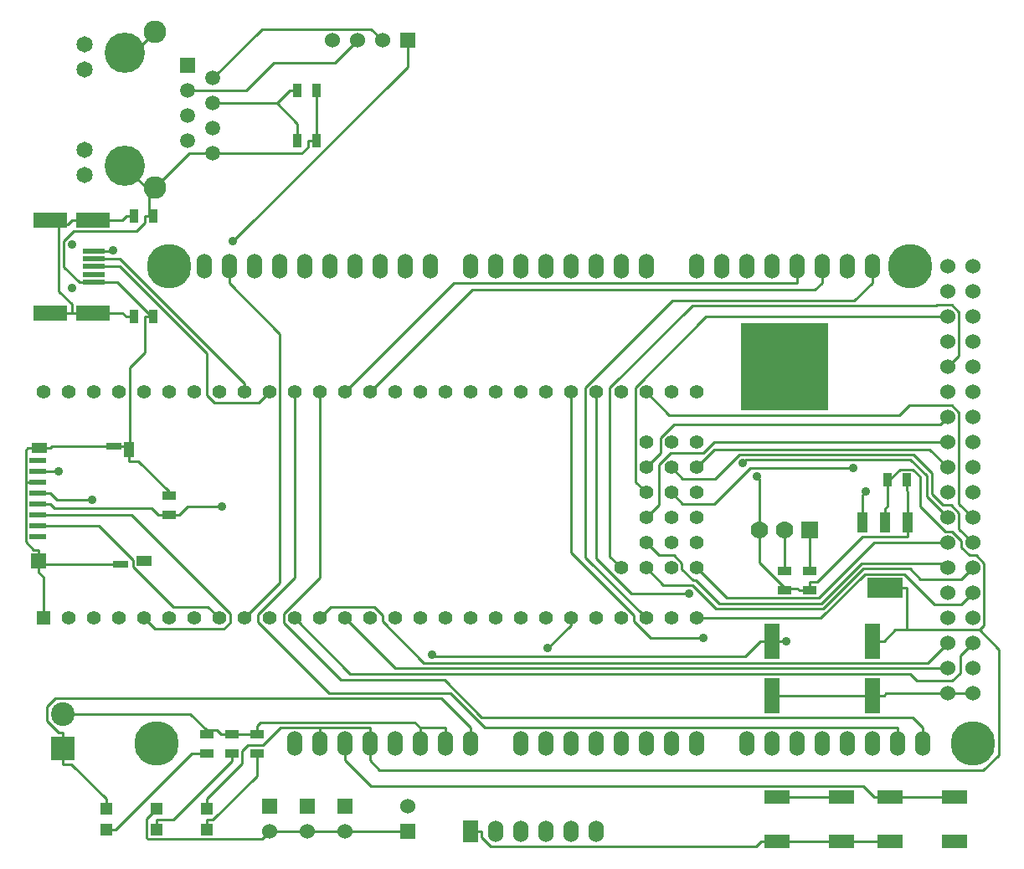
<source format=gtl>
G04 (created by PCBNEW (2013-07-07 BZR 4022)-stable) date 18/10/2013 16:38:57*
%MOIN*%
G04 Gerber Fmt 3.4, Leading zero omitted, Abs format*
%FSLAX34Y34*%
G01*
G70*
G90*
G04 APERTURE LIST*
%ADD10C,0.00590551*%
%ADD11R,0.055X0.055*%
%ADD12C,0.055*%
%ADD13R,0.0984X0.055*%
%ADD14R,0.144X0.08*%
%ADD15R,0.04X0.08*%
%ADD16R,0.035X0.055*%
%ADD17R,0.055X0.035*%
%ADD18R,0.06X0.06*%
%ADD19C,0.06*%
%ADD20R,0.0689X0.0236*%
%ADD21R,0.0394X0.0591*%
%ADD22R,0.061X0.0394*%
%ADD23R,0.0591X0.0315*%
%ADD24R,0.0591X0.0591*%
%ADD25R,0.0591X0.0433*%
%ADD26R,0.0886X0.0197*%
%ADD27R,0.1378X0.0591*%
%ADD28C,0.0354*%
%ADD29C,0.1772*%
%ADD30O,0.06X0.1*%
%ADD31C,0.125*%
%ADD32R,0.063X0.1417*%
%ADD33C,0.0944882*%
%ADD34R,0.0944882X0.0944882*%
%ADD35R,0.06X0.0866*%
%ADD36O,0.06X0.0866*%
%ADD37R,0.07X0.07*%
%ADD38C,0.07*%
%ADD39R,0.35X0.35*%
%ADD40R,0.0472X0.0472*%
%ADD41C,0.16*%
%ADD42C,0.0591*%
%ADD43C,0.09*%
%ADD44C,0.065*%
%ADD45C,0.035*%
%ADD46C,0.01*%
G04 APERTURE END LIST*
G54D10*
G54D11*
X1000Y10000D03*
G54D12*
X2000Y10000D03*
X3000Y10000D03*
X4000Y10000D03*
X5000Y10000D03*
X6000Y10000D03*
X7000Y10000D03*
X8000Y10000D03*
X9000Y10000D03*
X10000Y10000D03*
X11000Y10000D03*
X12000Y10000D03*
X13000Y10000D03*
X14000Y10000D03*
X15000Y10000D03*
X16000Y10000D03*
X17000Y10000D03*
X18000Y10000D03*
X19000Y10000D03*
X20000Y10000D03*
X21000Y10000D03*
X22000Y10000D03*
X23000Y10000D03*
X24000Y10000D03*
X25000Y10000D03*
X26000Y10000D03*
X27000Y10000D03*
X1000Y19000D03*
X2000Y19000D03*
X3000Y19000D03*
X4000Y19000D03*
X5000Y19000D03*
X6000Y19000D03*
X7000Y19000D03*
X8000Y19000D03*
X9000Y19000D03*
X10000Y19000D03*
X11000Y19000D03*
X12000Y19000D03*
X13000Y19000D03*
X14000Y19000D03*
X15000Y19000D03*
X16000Y19000D03*
X17000Y19000D03*
X18000Y19000D03*
X19000Y19000D03*
X20000Y19000D03*
X21000Y19000D03*
X22000Y19000D03*
X23000Y19000D03*
X24000Y19000D03*
X25000Y19000D03*
X26000Y19000D03*
X27000Y19000D03*
X27000Y17000D03*
X26000Y17000D03*
X25000Y17000D03*
X27000Y16000D03*
X26000Y16000D03*
X25000Y16000D03*
X27000Y15000D03*
X26000Y15000D03*
X25000Y15000D03*
X27000Y14000D03*
X26000Y14000D03*
X25000Y14000D03*
X27000Y13000D03*
X26000Y13000D03*
X25000Y13000D03*
X27000Y12000D03*
X26000Y12000D03*
X25000Y12000D03*
X24000Y12000D03*
G54D13*
X32779Y2886D03*
X32779Y1114D03*
X30220Y2886D03*
X30220Y1114D03*
G54D14*
X34500Y11200D03*
G54D15*
X34500Y13800D03*
X33600Y13800D03*
X35400Y13800D03*
G54D16*
X4625Y22000D03*
X5375Y22000D03*
X4625Y26000D03*
X5375Y26000D03*
G54D17*
X31500Y11875D03*
X31500Y11125D03*
X6000Y14125D03*
X6000Y14875D03*
G54D16*
X34625Y15500D03*
X35375Y15500D03*
G54D17*
X30500Y11875D03*
X30500Y11125D03*
X9500Y4625D03*
X9500Y5375D03*
X8500Y4625D03*
X8500Y5375D03*
X7500Y4625D03*
X7500Y5375D03*
G54D18*
X15500Y33000D03*
G54D19*
X14500Y33000D03*
X13500Y33000D03*
X12500Y33000D03*
G54D18*
X13000Y2500D03*
G54D19*
X13000Y1500D03*
G54D18*
X10000Y2500D03*
G54D19*
X10000Y1500D03*
G54D18*
X11500Y2500D03*
G54D19*
X11500Y1500D03*
G54D18*
X15500Y1500D03*
G54D19*
X15500Y2500D03*
G54D20*
X795Y16272D03*
X795Y13241D03*
X795Y13674D03*
X795Y14107D03*
X795Y14540D03*
X795Y14973D03*
X795Y15406D03*
X795Y15839D03*
G54D21*
X4417Y16705D03*
G54D22*
X5028Y12296D03*
G54D23*
X3827Y16843D03*
X4083Y12138D03*
G54D24*
X815Y12276D03*
G54D25*
X835Y16783D03*
G54D26*
X3024Y24000D03*
X3024Y24314D03*
X3024Y23371D03*
G54D27*
X1291Y25850D03*
X2984Y25850D03*
X1291Y22150D03*
X2984Y22150D03*
G54D26*
X3024Y23685D03*
G54D28*
X2157Y24866D03*
X2157Y23134D03*
G54D26*
X3024Y24629D03*
G54D29*
X35500Y24000D03*
X6000Y24000D03*
X38000Y5000D03*
X5500Y5000D03*
G54D30*
X27000Y24000D03*
X28000Y24000D03*
X29000Y24000D03*
X30000Y24000D03*
X31000Y24000D03*
X32000Y24000D03*
X33000Y24000D03*
X34000Y24000D03*
X36000Y5000D03*
X35000Y5000D03*
X34000Y5000D03*
X33000Y5000D03*
X29000Y5000D03*
X27000Y5000D03*
X26000Y5000D03*
X30000Y5000D03*
X31000Y5000D03*
X32000Y5000D03*
X25000Y5000D03*
X24000Y5000D03*
X23000Y5000D03*
X20000Y5000D03*
X21000Y5000D03*
X22000Y5000D03*
X18000Y5000D03*
X17000Y5000D03*
X16000Y5000D03*
X14000Y5000D03*
X13000Y5000D03*
X25000Y24000D03*
X24000Y24000D03*
X23000Y24000D03*
X22000Y24000D03*
X21000Y24000D03*
X20000Y24000D03*
X19000Y24000D03*
X18000Y24000D03*
X16400Y24000D03*
X15400Y24000D03*
X14400Y24000D03*
X13400Y24000D03*
X12400Y24000D03*
X11400Y24000D03*
X10400Y24000D03*
X9400Y24000D03*
X15000Y5000D03*
G54D31*
X38000Y5000D03*
X35500Y24000D03*
X6000Y24000D03*
X5500Y5000D03*
G54D19*
X37000Y23000D03*
X38000Y23000D03*
X37000Y22000D03*
X38000Y22000D03*
X37000Y21000D03*
X38000Y21000D03*
X37000Y20000D03*
X38000Y20000D03*
X37000Y24000D03*
X38000Y24000D03*
X38000Y19000D03*
X37000Y19000D03*
X37000Y18000D03*
X38000Y18000D03*
X37000Y17000D03*
X38000Y17000D03*
X37000Y16000D03*
X38000Y16000D03*
X37000Y15000D03*
X38000Y15000D03*
X37000Y14000D03*
X38000Y14000D03*
X37000Y13000D03*
X38000Y13000D03*
X37000Y12000D03*
X38000Y12000D03*
X37000Y11000D03*
X38000Y11000D03*
X37000Y10000D03*
X38000Y10000D03*
X37000Y9000D03*
X38000Y9000D03*
X37000Y8000D03*
X38000Y8000D03*
X37000Y7000D03*
X38000Y7000D03*
G54D30*
X8400Y24000D03*
X7400Y24000D03*
X12000Y5000D03*
X11000Y5000D03*
G54D32*
X30000Y9083D03*
X30000Y6917D03*
X34000Y9083D03*
X34000Y6917D03*
G54D33*
X1775Y6188D03*
G54D34*
X1775Y4811D03*
G54D35*
X18000Y1500D03*
G54D36*
X19000Y1500D03*
X20000Y1500D03*
X21000Y1500D03*
X22000Y1500D03*
X23000Y1500D03*
G54D37*
X31500Y13500D03*
G54D38*
X29500Y13500D03*
X30500Y13500D03*
G54D39*
X30500Y20000D03*
G54D40*
X3500Y2413D03*
X3500Y1587D03*
X5500Y2413D03*
X5500Y1587D03*
X7500Y2413D03*
X7500Y1587D03*
G54D13*
X37279Y2886D03*
X37279Y1114D03*
X34720Y2886D03*
X34720Y1114D03*
G54D16*
X11125Y31000D03*
X11875Y31000D03*
X11125Y29000D03*
X11875Y29000D03*
G54D41*
X4250Y28000D03*
X4250Y32500D03*
G54D24*
X6750Y32000D03*
G54D42*
X7750Y31500D03*
X6750Y31000D03*
X7750Y30500D03*
X6750Y30000D03*
X7750Y29500D03*
X6750Y29000D03*
X7750Y28500D03*
G54D43*
X5450Y33350D03*
X5450Y27150D03*
G54D44*
X2650Y32850D03*
X2650Y31850D03*
X2650Y28650D03*
X2650Y27650D03*
G54D45*
X8547Y25009D03*
X21080Y8809D03*
X8119Y14444D03*
X33759Y15048D03*
X16465Y8560D03*
X30592Y9083D03*
X28844Y16177D03*
X29422Y15642D03*
X1596Y15838D03*
X2948Y14701D03*
X3769Y24643D03*
X33242Y15975D03*
X27275Y9209D03*
X26711Y10990D03*
G54D46*
X30220Y2885D02*
X32778Y2885D01*
X32778Y2885D02*
X32779Y2885D01*
X32778Y2885D02*
X32779Y2885D01*
X30220Y2885D02*
X30220Y2885D01*
X30220Y2885D02*
X30220Y2885D01*
X12616Y32116D02*
X13500Y33000D01*
X10185Y32116D02*
X12616Y32116D01*
X9068Y31000D02*
X10185Y32116D01*
X6750Y31000D02*
X9068Y31000D01*
X15500Y31962D02*
X8547Y25009D01*
X15500Y33000D02*
X15500Y31962D01*
X14045Y33454D02*
X14500Y33000D01*
X9704Y33454D02*
X14045Y33454D01*
X7750Y31500D02*
X9704Y33454D01*
X13000Y4350D02*
X13000Y5000D01*
X14038Y3311D02*
X13000Y4350D01*
X33652Y3311D02*
X14038Y3311D01*
X34077Y2885D02*
X33652Y3311D01*
X34720Y2885D02*
X34077Y2885D01*
X34720Y2885D02*
X34720Y2885D01*
X37279Y2885D02*
X37278Y2885D01*
X37278Y2885D02*
X34720Y2885D01*
X37278Y2885D02*
X37279Y2885D01*
X22000Y9728D02*
X21080Y8809D01*
X22000Y10000D02*
X22000Y9728D01*
X9572Y18572D02*
X10000Y19000D01*
X7796Y18572D02*
X9572Y18572D01*
X7500Y18869D02*
X7796Y18572D01*
X7500Y20560D02*
X7500Y18869D01*
X4060Y24000D02*
X7500Y20560D01*
X3024Y24000D02*
X4060Y24000D01*
X9000Y19343D02*
X9000Y19000D01*
X4029Y24314D02*
X9000Y19343D01*
X3024Y24314D02*
X4029Y24314D01*
X34625Y14475D02*
X34625Y15350D01*
X34500Y14350D02*
X34625Y14475D01*
X34500Y13800D02*
X34500Y14350D01*
X35370Y11200D02*
X34500Y11200D01*
X35370Y9537D02*
X35370Y11200D01*
X39036Y8764D02*
X38263Y9537D01*
X39036Y4564D02*
X39036Y8764D01*
X38426Y3954D02*
X39036Y4564D01*
X14395Y3954D02*
X38426Y3954D01*
X14000Y4350D02*
X14395Y3954D01*
X14000Y5000D02*
X14000Y4350D01*
X38263Y9537D02*
X35370Y9537D01*
X12000Y5000D02*
X12000Y5650D01*
X14000Y5650D02*
X12000Y5650D01*
X14000Y5000D02*
X14000Y5650D01*
X10440Y5650D02*
X12000Y5650D01*
X9740Y4950D02*
X10440Y5650D01*
X9150Y4950D02*
X9740Y4950D01*
X8925Y4725D02*
X9150Y4950D01*
X8925Y4224D02*
X8925Y4725D01*
X7500Y2799D02*
X8925Y4224D01*
X7500Y2412D02*
X7500Y2799D01*
X38455Y9729D02*
X38263Y9537D01*
X38455Y12194D02*
X38455Y9729D01*
X38150Y12500D02*
X38455Y12194D01*
X37863Y12500D02*
X38150Y12500D01*
X37550Y12813D02*
X37863Y12500D01*
X37550Y13086D02*
X37550Y12813D01*
X37186Y13450D02*
X37550Y13086D01*
X36907Y13450D02*
X37186Y13450D01*
X35902Y14455D02*
X36907Y13450D01*
X35902Y15648D02*
X35902Y14455D01*
X35622Y15927D02*
X35902Y15648D01*
X35119Y15927D02*
X35622Y15927D01*
X34625Y15432D02*
X35119Y15927D01*
X34625Y15350D02*
X34625Y15432D01*
X34625Y15432D02*
X34625Y15350D01*
X34000Y9083D02*
X34000Y9083D01*
X34919Y9537D02*
X35370Y9537D01*
X34464Y9083D02*
X34919Y9537D01*
X34000Y9083D02*
X34464Y9083D01*
X34000Y9083D02*
X34000Y9082D01*
X34625Y15500D02*
X34625Y15466D01*
X34625Y15466D02*
X34625Y15432D01*
X34625Y15466D02*
X34625Y15500D01*
X34625Y15466D02*
X34625Y15466D01*
X795Y14540D02*
X795Y14540D01*
X6000Y14125D02*
X6000Y14125D01*
X5574Y14125D02*
X6000Y14125D01*
X5324Y14375D02*
X5574Y14125D01*
X1454Y14375D02*
X5324Y14375D01*
X1289Y14540D02*
X1454Y14375D01*
X795Y14540D02*
X1289Y14540D01*
X6744Y14444D02*
X8119Y14444D01*
X6425Y14125D02*
X6744Y14444D01*
X6000Y14125D02*
X6425Y14125D01*
X11125Y31000D02*
X10799Y31000D01*
X11125Y29674D02*
X10299Y30500D01*
X11125Y29000D02*
X11125Y29674D01*
X7750Y30500D02*
X10299Y30500D01*
X10299Y30500D02*
X10799Y31000D01*
X15500Y1500D02*
X13000Y1500D01*
X11500Y1500D02*
X13000Y1500D01*
X9700Y1200D02*
X10000Y1500D01*
X5165Y1200D02*
X9700Y1200D01*
X5113Y1252D02*
X5165Y1200D01*
X5113Y2026D02*
X5113Y1252D01*
X5500Y2412D02*
X5113Y2026D01*
X10000Y1500D02*
X11500Y1500D01*
X33600Y14888D02*
X33600Y13800D01*
X33759Y15048D02*
X33600Y14888D01*
X30500Y13500D02*
X30500Y11875D01*
X30500Y11875D02*
X30500Y11874D01*
X29535Y9083D02*
X30000Y9083D01*
X28934Y8482D02*
X29535Y9083D01*
X16543Y8482D02*
X28934Y8482D01*
X16465Y8560D02*
X16543Y8482D01*
X30000Y9083D02*
X30592Y9083D01*
X30000Y9083D02*
X30000Y9082D01*
X7554Y10444D02*
X8000Y10000D01*
X6164Y10444D02*
X7554Y10444D01*
X4572Y12037D02*
X6164Y10444D01*
X4572Y12318D02*
X4572Y12037D01*
X3217Y13674D02*
X4572Y12318D01*
X795Y13674D02*
X3217Y13674D01*
X23555Y12444D02*
X24000Y12000D01*
X23555Y19168D02*
X23555Y12444D01*
X26833Y22445D02*
X23555Y19168D01*
X36550Y22445D02*
X26833Y22445D01*
X36577Y22472D02*
X36550Y22445D01*
X37163Y22472D02*
X36577Y22472D01*
X37450Y22186D02*
X37163Y22472D01*
X37450Y20450D02*
X37450Y22186D01*
X37000Y20000D02*
X37450Y20450D01*
X28200Y10800D02*
X27000Y12000D01*
X31874Y10800D02*
X28200Y10800D01*
X34074Y13000D02*
X31874Y10800D01*
X37000Y13000D02*
X34074Y13000D01*
X27704Y16704D02*
X27000Y16000D01*
X36295Y16704D02*
X27704Y16704D01*
X37000Y16000D02*
X36295Y16704D01*
X25911Y18088D02*
X25000Y19000D01*
X35088Y18088D02*
X25911Y18088D01*
X35466Y18466D02*
X35088Y18088D01*
X37170Y18466D02*
X35466Y18466D01*
X37450Y18186D02*
X37170Y18466D01*
X37450Y14550D02*
X37450Y18186D01*
X38000Y14000D02*
X37450Y14550D01*
X26438Y15561D02*
X26000Y16000D01*
X27753Y15561D02*
X26438Y15561D01*
X28697Y16504D02*
X27753Y15561D01*
X35636Y16504D02*
X28697Y16504D01*
X36365Y15775D02*
X35636Y16504D01*
X36365Y14961D02*
X36365Y15775D01*
X36827Y14500D02*
X36365Y14961D01*
X37136Y14500D02*
X36827Y14500D01*
X37450Y14186D02*
X37136Y14500D01*
X37450Y13550D02*
X37450Y14186D01*
X38000Y13000D02*
X37450Y13550D01*
X31959Y10000D02*
X27000Y10000D01*
X33709Y11750D02*
X31959Y10000D01*
X35282Y11750D02*
X33709Y11750D01*
X36486Y10545D02*
X35282Y11750D01*
X37545Y10545D02*
X36486Y10545D01*
X38000Y11000D02*
X37545Y10545D01*
X37540Y11540D02*
X38000Y12000D01*
X35927Y11540D02*
X37540Y11540D01*
X35497Y11971D02*
X35927Y11540D01*
X33646Y11971D02*
X35497Y11971D01*
X32060Y10384D02*
X33646Y11971D01*
X27778Y10384D02*
X32060Y10384D01*
X26846Y11316D02*
X27778Y10384D01*
X25683Y11316D02*
X26846Y11316D01*
X25000Y12000D02*
X25683Y11316D01*
X36699Y17699D02*
X37000Y18000D01*
X26098Y17699D02*
X36699Y17699D01*
X25570Y17172D02*
X26098Y17699D01*
X25570Y16570D02*
X25570Y17172D01*
X25000Y16000D02*
X25570Y16570D01*
X28972Y16304D02*
X28844Y16177D01*
X35528Y16304D02*
X28972Y16304D01*
X36165Y15667D02*
X35528Y16304D01*
X36165Y14834D02*
X36165Y15667D01*
X37000Y14000D02*
X36165Y14834D01*
X17000Y5650D02*
X16000Y5650D01*
X17000Y5000D02*
X17000Y5650D01*
X16000Y5000D02*
X16000Y5650D01*
X4082Y12137D02*
X815Y12137D01*
X300Y13041D02*
X300Y15405D01*
X620Y12721D02*
X300Y13041D01*
X815Y12721D02*
X620Y12721D01*
X815Y12275D02*
X815Y12721D01*
X6848Y6188D02*
X7500Y5537D01*
X1775Y6188D02*
X6848Y6188D01*
X35400Y15050D02*
X35400Y13800D01*
X35374Y15074D02*
X35400Y15050D01*
X35374Y15500D02*
X35374Y15074D01*
X38000Y7000D02*
X37000Y7000D01*
X29500Y15564D02*
X29422Y15642D01*
X29500Y13500D02*
X29500Y15564D01*
X30500Y11125D02*
X30500Y11165D01*
X29500Y12206D02*
X29500Y13500D01*
X30500Y11206D02*
X29500Y12206D01*
X30500Y11165D02*
X30500Y11206D01*
X9500Y5700D02*
X9500Y5375D01*
X9659Y5859D02*
X9500Y5700D01*
X15790Y5859D02*
X9659Y5859D01*
X16000Y5650D02*
X15790Y5859D01*
X6000Y14874D02*
X6000Y14875D01*
X7500Y5374D02*
X7500Y5375D01*
X7500Y5375D02*
X7500Y5537D01*
X815Y12275D02*
X815Y12137D01*
X1000Y11645D02*
X1000Y10000D01*
X815Y11830D02*
X1000Y11645D01*
X815Y12137D02*
X815Y11830D01*
X4417Y16259D02*
X4417Y16705D01*
X4778Y16259D02*
X4417Y16259D01*
X6000Y15037D02*
X4778Y16259D01*
X6000Y14875D02*
X6000Y15037D01*
X4417Y16705D02*
X4417Y16927D01*
X835Y16783D02*
X835Y16782D01*
X389Y16783D02*
X835Y16783D01*
X300Y16694D02*
X389Y16783D01*
X300Y15405D02*
X300Y16694D01*
X30000Y6917D02*
X30000Y6916D01*
X1340Y16842D02*
X3826Y16842D01*
X1280Y16783D02*
X1340Y16842D01*
X835Y16783D02*
X1280Y16783D01*
X4357Y16927D02*
X4417Y16927D01*
X4272Y16842D02*
X4357Y16927D01*
X3826Y16842D02*
X4272Y16842D01*
X3826Y16842D02*
X3827Y16842D01*
X4082Y12137D02*
X4082Y12137D01*
X795Y15405D02*
X794Y15405D01*
X794Y15405D02*
X300Y15405D01*
X794Y15405D02*
X795Y15405D01*
X11875Y31000D02*
X11875Y29000D01*
X11293Y28500D02*
X7750Y28500D01*
X11549Y28756D02*
X11293Y28500D01*
X11549Y29000D02*
X11549Y28756D01*
X11875Y29000D02*
X11549Y29000D01*
X8500Y5375D02*
X8500Y5374D01*
X9500Y5374D02*
X8500Y5374D01*
X9500Y5375D02*
X9500Y5374D01*
X7912Y5537D02*
X7500Y5537D01*
X8074Y5374D02*
X7912Y5537D01*
X8500Y5374D02*
X8074Y5374D01*
X30500Y11125D02*
X30500Y11125D01*
X35375Y15500D02*
X35374Y15500D01*
X31500Y11125D02*
X31500Y11125D01*
X31500Y11450D02*
X31500Y11125D01*
X31825Y11450D02*
X31500Y11450D01*
X33624Y13250D02*
X31825Y11450D01*
X35400Y13250D02*
X33624Y13250D01*
X35400Y13800D02*
X35400Y13250D01*
X31034Y11165D02*
X30500Y11165D01*
X31074Y11125D02*
X31034Y11165D01*
X31500Y11125D02*
X31074Y11125D01*
X18450Y1500D02*
X18000Y1500D01*
X18450Y1274D02*
X18450Y1500D01*
X18819Y905D02*
X18450Y1274D01*
X29369Y905D02*
X18819Y905D01*
X29577Y1114D02*
X29369Y905D01*
X30220Y1114D02*
X29577Y1114D01*
X30220Y1114D02*
X30220Y1114D01*
X32778Y1114D02*
X30220Y1114D01*
X32778Y1114D02*
X32779Y1114D01*
X1810Y23991D02*
X2430Y23370D01*
X1810Y25000D02*
X1810Y23991D01*
X2214Y25404D02*
X1810Y25000D01*
X4698Y25404D02*
X2214Y25404D01*
X5049Y25756D02*
X4698Y25404D01*
X5049Y26000D02*
X5049Y25756D01*
X5049Y22000D02*
X5212Y22000D01*
X5049Y20597D02*
X5049Y22000D01*
X4429Y19977D02*
X5049Y20597D01*
X4429Y16940D02*
X4429Y19977D01*
X4417Y16927D02*
X4429Y16940D01*
X5212Y22000D02*
X5375Y22000D01*
X2727Y23370D02*
X2430Y23370D01*
X2727Y23370D02*
X3024Y23370D01*
X5212Y22105D02*
X5212Y22000D01*
X3947Y23370D02*
X5212Y22105D01*
X3024Y23370D02*
X3947Y23370D01*
X4600Y32500D02*
X5450Y33350D01*
X4250Y32500D02*
X4600Y32500D01*
X6800Y28500D02*
X7750Y28500D01*
X5450Y27150D02*
X6800Y28500D01*
X30000Y6916D02*
X33999Y6916D01*
X34548Y7000D02*
X37000Y7000D01*
X34464Y6916D02*
X34548Y7000D01*
X33999Y6916D02*
X34464Y6916D01*
X33999Y6916D02*
X34000Y6917D01*
X34720Y1114D02*
X34720Y1114D01*
X34720Y1114D02*
X34720Y1114D01*
X34720Y1114D02*
X32778Y1114D01*
X5375Y26000D02*
X5212Y26000D01*
X5212Y26000D02*
X5049Y26000D01*
X5212Y27024D02*
X5218Y27031D01*
X5212Y26000D02*
X5212Y27024D01*
X5331Y27031D02*
X5218Y27031D01*
X5450Y27150D02*
X5331Y27031D01*
X5218Y27031D02*
X4250Y28000D01*
X12433Y10433D02*
X12000Y10000D01*
X14179Y10433D02*
X12433Y10433D01*
X14500Y10112D02*
X14179Y10433D01*
X14500Y9871D02*
X14500Y10112D01*
X16147Y8224D02*
X14500Y9871D01*
X36224Y8224D02*
X16147Y8224D01*
X37000Y9000D02*
X36224Y8224D01*
X795Y15838D02*
X795Y15838D01*
X795Y15838D02*
X1596Y15838D01*
X795Y15838D02*
X795Y15839D01*
X37500Y8500D02*
X38000Y9000D01*
X37500Y7827D02*
X37500Y8500D01*
X37195Y7523D02*
X37500Y7827D01*
X35782Y7523D02*
X37195Y7523D01*
X35525Y7779D02*
X35782Y7523D01*
X13220Y7779D02*
X35525Y7779D01*
X11000Y10000D02*
X13220Y7779D01*
X795Y14107D02*
X795Y14107D01*
X5434Y9565D02*
X5000Y10000D01*
X8189Y9565D02*
X5434Y9565D01*
X8429Y9805D02*
X8189Y9565D01*
X8429Y10181D02*
X8429Y9805D01*
X4503Y14107D02*
X8429Y10181D01*
X795Y14107D02*
X4503Y14107D01*
X795Y14107D02*
X795Y14107D01*
X8500Y4300D02*
X8500Y4625D01*
X6173Y1973D02*
X8500Y4300D01*
X5500Y1973D02*
X6173Y1973D01*
X5500Y1587D02*
X5500Y1973D01*
X8500Y4625D02*
X8500Y4625D01*
X9500Y3719D02*
X9500Y4625D01*
X7753Y1973D02*
X9500Y3719D01*
X7500Y1973D02*
X7753Y1973D01*
X7500Y1587D02*
X7500Y1973D01*
X9500Y4625D02*
X9500Y4625D01*
X6924Y4625D02*
X7499Y4625D01*
X3886Y1587D02*
X6924Y4625D01*
X3500Y1587D02*
X3886Y1587D01*
X7499Y4625D02*
X7500Y4625D01*
X7499Y4625D02*
X7500Y4625D01*
X4149Y25850D02*
X2984Y25850D01*
X4299Y26000D02*
X4149Y25850D01*
X4625Y26000D02*
X4299Y26000D01*
X4149Y22150D02*
X2984Y22150D01*
X4299Y22000D02*
X4149Y22150D01*
X4625Y22000D02*
X4299Y22000D01*
X1290Y22150D02*
X2130Y22150D01*
X2984Y22150D02*
X2130Y22150D01*
X1610Y23031D02*
X1610Y25677D01*
X2130Y22512D02*
X1610Y23031D01*
X2130Y22150D02*
X2130Y22512D01*
X1463Y25677D02*
X1610Y25677D01*
X1290Y25850D02*
X1463Y25677D01*
X2144Y25850D02*
X2984Y25850D01*
X1972Y25677D02*
X2144Y25850D01*
X1610Y25677D02*
X1972Y25677D01*
X11000Y11601D02*
X11000Y19000D01*
X9552Y10154D02*
X11000Y11601D01*
X9552Y9841D02*
X9552Y10154D01*
X12382Y7011D02*
X9552Y9841D01*
X17207Y7011D02*
X12382Y7011D01*
X18569Y5650D02*
X17207Y7011D01*
X35000Y5650D02*
X18569Y5650D01*
X35000Y5000D02*
X35000Y5650D01*
X12000Y11609D02*
X12000Y19000D01*
X10574Y10183D02*
X12000Y11609D01*
X10574Y9820D02*
X10574Y10183D01*
X12860Y7534D02*
X10574Y9820D01*
X16967Y7534D02*
X12860Y7534D01*
X18451Y6050D02*
X16967Y7534D01*
X35599Y6050D02*
X18451Y6050D01*
X36000Y5650D02*
X35599Y6050D01*
X36000Y5000D02*
X36000Y5650D01*
X32000Y23349D02*
X32000Y24000D01*
X31716Y23066D02*
X32000Y23349D01*
X18066Y23066D02*
X31716Y23066D01*
X14000Y19000D02*
X18066Y23066D01*
X15000Y8000D02*
X13000Y10000D01*
X37000Y8000D02*
X15000Y8000D01*
X795Y14972D02*
X795Y14972D01*
X1561Y14701D02*
X2948Y14701D01*
X1289Y14972D02*
X1561Y14701D01*
X795Y14972D02*
X1289Y14972D01*
X795Y14972D02*
X795Y14972D01*
X34000Y23349D02*
X34000Y24000D01*
X33295Y22645D02*
X34000Y23349D01*
X26044Y22645D02*
X33295Y22645D01*
X22572Y19173D02*
X26044Y22645D01*
X22572Y12427D02*
X22572Y19173D01*
X25000Y10000D02*
X22572Y12427D01*
X17349Y23349D02*
X13000Y19000D01*
X31000Y23349D02*
X17349Y23349D01*
X31000Y24000D02*
X31000Y23349D01*
X10425Y11425D02*
X9000Y10000D01*
X10425Y21324D02*
X10425Y11425D01*
X8400Y23349D02*
X10425Y21324D01*
X8400Y24000D02*
X8400Y23349D01*
X31500Y13500D02*
X31500Y11875D01*
X3500Y2799D02*
X3500Y2412D01*
X2110Y4188D02*
X3500Y2799D01*
X1775Y4188D02*
X2110Y4188D01*
X1775Y4811D02*
X1775Y4188D01*
X18000Y5650D02*
X18000Y5000D01*
X16838Y6811D02*
X18000Y5650D01*
X1493Y6811D02*
X16838Y6811D01*
X1153Y6471D02*
X1493Y6811D01*
X1153Y5900D02*
X1153Y6471D01*
X1619Y5433D02*
X1153Y5900D01*
X1775Y5433D02*
X1619Y5433D01*
X1775Y4811D02*
X1775Y5433D01*
X31500Y11874D02*
X31500Y11875D01*
X3755Y24629D02*
X3769Y24643D01*
X3024Y24629D02*
X3755Y24629D01*
X26437Y14562D02*
X26000Y15000D01*
X27718Y14562D02*
X26437Y14562D01*
X29132Y15975D02*
X27718Y14562D01*
X33242Y15975D02*
X29132Y15975D01*
X22000Y12601D02*
X22000Y19000D01*
X24500Y10101D02*
X22000Y12601D01*
X24500Y9892D02*
X24500Y10101D01*
X25183Y9209D02*
X24500Y9892D01*
X27275Y9209D02*
X25183Y9209D01*
X24568Y15431D02*
X25000Y15000D01*
X24568Y19183D02*
X24568Y15431D01*
X27385Y22000D02*
X24568Y19183D01*
X37000Y22000D02*
X27385Y22000D01*
X24405Y10990D02*
X26711Y10990D01*
X23000Y12396D02*
X24405Y10990D01*
X23000Y19000D02*
X23000Y12396D01*
X25500Y12500D02*
X25000Y13000D01*
X26102Y12500D02*
X25500Y12500D01*
X26425Y12177D02*
X26102Y12500D01*
X26425Y11958D02*
X26425Y12177D01*
X26866Y11516D02*
X26425Y11958D01*
X26964Y11516D02*
X26866Y11516D01*
X27896Y10584D02*
X26964Y11516D01*
X31977Y10584D02*
X27896Y10584D01*
X33566Y12174D02*
X31977Y10584D01*
X36825Y12174D02*
X33566Y12174D01*
X37000Y12000D02*
X36825Y12174D01*
X25500Y14500D02*
X25000Y14000D01*
X25500Y16102D02*
X25500Y14500D01*
X25968Y16570D02*
X25500Y16102D01*
X27272Y16570D02*
X25968Y16570D01*
X27701Y17000D02*
X27272Y16570D01*
X37000Y17000D02*
X27701Y17000D01*
M02*

</source>
